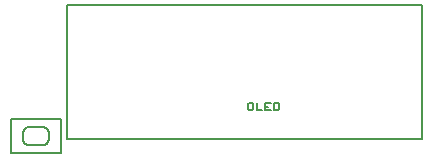
<source format=gbr>
G04 EAGLE Gerber RS-274X export*
G75*
%MOMM*%
%FSLAX34Y34*%
%LPD*%
%INSilkscreen Top*%
%IPPOS*%
%AMOC8*
5,1,8,0,0,1.08239X$1,22.5*%
G01*
%ADD10C,0.127000*%
%ADD11C,0.203200*%
%ADD12C,0.152400*%


D10*
X48940Y22830D02*
X6940Y22830D01*
X6940Y50830D01*
X48940Y50830D01*
X48940Y22830D01*
X38940Y38830D02*
X38938Y38982D01*
X38932Y39134D01*
X38923Y39286D01*
X38909Y39437D01*
X38892Y39588D01*
X38871Y39739D01*
X38846Y39889D01*
X38817Y40038D01*
X38785Y40186D01*
X38748Y40334D01*
X38709Y40481D01*
X38665Y40626D01*
X38617Y40771D01*
X38567Y40914D01*
X38512Y41056D01*
X38454Y41196D01*
X38392Y41335D01*
X38327Y41472D01*
X38258Y41608D01*
X38186Y41742D01*
X38111Y41874D01*
X38032Y42004D01*
X37950Y42132D01*
X37865Y42258D01*
X37776Y42381D01*
X37685Y42503D01*
X37590Y42622D01*
X37493Y42738D01*
X37392Y42852D01*
X37289Y42964D01*
X37183Y43073D01*
X37074Y43179D01*
X36962Y43282D01*
X36848Y43383D01*
X36732Y43480D01*
X36613Y43575D01*
X36491Y43666D01*
X36368Y43755D01*
X36242Y43840D01*
X36114Y43922D01*
X35984Y44001D01*
X35852Y44076D01*
X35718Y44148D01*
X35582Y44217D01*
X35445Y44282D01*
X35306Y44344D01*
X35166Y44402D01*
X35024Y44457D01*
X34881Y44507D01*
X34736Y44555D01*
X34591Y44599D01*
X34444Y44638D01*
X34296Y44675D01*
X34148Y44707D01*
X33999Y44736D01*
X33849Y44761D01*
X33698Y44782D01*
X33547Y44799D01*
X33396Y44813D01*
X33244Y44822D01*
X33092Y44828D01*
X32940Y44830D01*
X38940Y38830D02*
X38940Y34830D01*
X38938Y34678D01*
X38932Y34526D01*
X38923Y34374D01*
X38909Y34223D01*
X38892Y34072D01*
X38871Y33921D01*
X38846Y33771D01*
X38817Y33622D01*
X38785Y33474D01*
X38748Y33326D01*
X38709Y33179D01*
X38665Y33034D01*
X38617Y32889D01*
X38567Y32746D01*
X38512Y32604D01*
X38454Y32464D01*
X38392Y32325D01*
X38327Y32188D01*
X38258Y32052D01*
X38186Y31918D01*
X38111Y31786D01*
X38032Y31656D01*
X37950Y31528D01*
X37865Y31402D01*
X37776Y31279D01*
X37685Y31157D01*
X37590Y31038D01*
X37493Y30922D01*
X37392Y30808D01*
X37289Y30696D01*
X37183Y30587D01*
X37074Y30481D01*
X36962Y30378D01*
X36848Y30277D01*
X36732Y30180D01*
X36613Y30085D01*
X36491Y29994D01*
X36368Y29905D01*
X36242Y29820D01*
X36114Y29738D01*
X35984Y29659D01*
X35852Y29584D01*
X35718Y29512D01*
X35582Y29443D01*
X35445Y29378D01*
X35306Y29316D01*
X35166Y29258D01*
X35024Y29203D01*
X34881Y29153D01*
X34736Y29105D01*
X34591Y29061D01*
X34444Y29022D01*
X34296Y28985D01*
X34148Y28953D01*
X33999Y28924D01*
X33849Y28899D01*
X33698Y28878D01*
X33547Y28861D01*
X33396Y28847D01*
X33244Y28838D01*
X33092Y28832D01*
X32940Y28830D01*
X22940Y28830D01*
X22788Y28832D01*
X22636Y28838D01*
X22484Y28847D01*
X22333Y28861D01*
X22182Y28878D01*
X22031Y28899D01*
X21881Y28924D01*
X21732Y28953D01*
X21584Y28985D01*
X21436Y29022D01*
X21289Y29061D01*
X21144Y29105D01*
X20999Y29153D01*
X20856Y29203D01*
X20714Y29258D01*
X20574Y29316D01*
X20435Y29378D01*
X20298Y29443D01*
X20162Y29512D01*
X20028Y29584D01*
X19896Y29659D01*
X19766Y29738D01*
X19638Y29820D01*
X19512Y29905D01*
X19389Y29994D01*
X19267Y30085D01*
X19148Y30180D01*
X19032Y30277D01*
X18918Y30378D01*
X18806Y30481D01*
X18697Y30587D01*
X18591Y30696D01*
X18488Y30808D01*
X18387Y30922D01*
X18290Y31038D01*
X18195Y31157D01*
X18104Y31279D01*
X18015Y31402D01*
X17930Y31528D01*
X17848Y31656D01*
X17769Y31786D01*
X17694Y31918D01*
X17622Y32052D01*
X17553Y32188D01*
X17488Y32325D01*
X17426Y32464D01*
X17368Y32604D01*
X17313Y32746D01*
X17263Y32889D01*
X17215Y33034D01*
X17171Y33179D01*
X17132Y33326D01*
X17095Y33474D01*
X17063Y33622D01*
X17034Y33771D01*
X17009Y33921D01*
X16988Y34072D01*
X16971Y34223D01*
X16957Y34374D01*
X16948Y34526D01*
X16942Y34678D01*
X16940Y34830D01*
X16940Y38830D01*
X16942Y38982D01*
X16948Y39134D01*
X16957Y39286D01*
X16971Y39437D01*
X16988Y39588D01*
X17009Y39739D01*
X17034Y39889D01*
X17063Y40038D01*
X17095Y40186D01*
X17132Y40334D01*
X17171Y40481D01*
X17215Y40626D01*
X17263Y40771D01*
X17313Y40914D01*
X17368Y41056D01*
X17426Y41196D01*
X17488Y41335D01*
X17553Y41472D01*
X17622Y41608D01*
X17694Y41742D01*
X17769Y41874D01*
X17848Y42004D01*
X17930Y42132D01*
X18015Y42258D01*
X18104Y42381D01*
X18195Y42503D01*
X18290Y42622D01*
X18387Y42738D01*
X18488Y42852D01*
X18591Y42964D01*
X18697Y43073D01*
X18806Y43179D01*
X18918Y43282D01*
X19032Y43383D01*
X19148Y43480D01*
X19267Y43575D01*
X19389Y43666D01*
X19512Y43755D01*
X19638Y43840D01*
X19766Y43922D01*
X19896Y44001D01*
X20028Y44076D01*
X20162Y44148D01*
X20298Y44217D01*
X20435Y44282D01*
X20574Y44344D01*
X20714Y44402D01*
X20856Y44457D01*
X20999Y44507D01*
X21144Y44555D01*
X21289Y44599D01*
X21436Y44638D01*
X21584Y44675D01*
X21732Y44707D01*
X21881Y44736D01*
X22031Y44761D01*
X22182Y44782D01*
X22333Y44799D01*
X22484Y44813D01*
X22636Y44822D01*
X22788Y44828D01*
X22940Y44830D01*
X32940Y44830D01*
D11*
X54610Y34420D02*
X354610Y34420D01*
X54610Y34420D02*
X54610Y147670D01*
X354610Y147670D01*
X354610Y34420D01*
D12*
X210630Y65054D02*
X208427Y65054D01*
X207325Y63952D01*
X207325Y59546D01*
X208427Y58444D01*
X210630Y58444D01*
X211732Y59546D01*
X211732Y63952D01*
X210630Y65054D01*
X214810Y65054D02*
X214810Y58444D01*
X219216Y58444D01*
X222294Y65054D02*
X226700Y65054D01*
X222294Y65054D02*
X222294Y58444D01*
X226700Y58444D01*
X224497Y61749D02*
X222294Y61749D01*
X229778Y65054D02*
X229778Y58444D01*
X233083Y58444D01*
X234184Y59546D01*
X234184Y63952D01*
X233083Y65054D01*
X229778Y65054D01*
M02*

</source>
